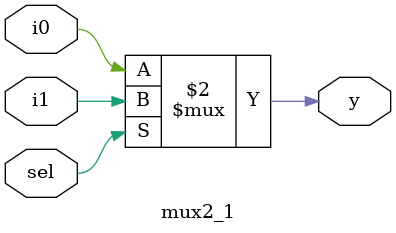
<source format=v>

module mux2_1(i0,i1,sel,y);
input i0,i1;
input sel;
output y;
assign y=(sel==1'b0)?i0:i1;
endmodule


</source>
